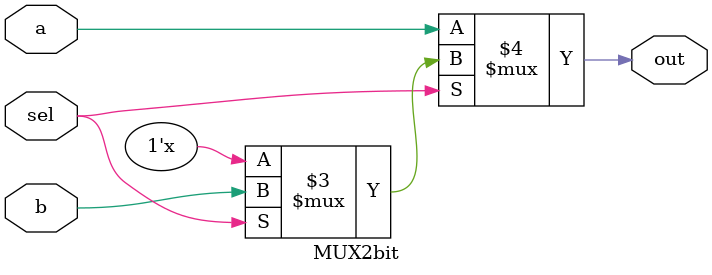
<source format=v>
`timescale 1ns / 1ps



module MUX2bit(
    input   a, b,                               // a, b¸¦ inputÀ¸·Î ¼±¾ðÇÑ´Ù.
    input   sel,                                // ÀÔ·ÂÀ» ¼±ÅÃÇØ Ãâ·ÂÇÒ ¼ö ÀÖµµ·Ï selÀ» inputÀ¸·Î ¼±¾ðÇÑ´Ù.
    output  out                                 // outÀ» outputÀ¸·Î ¼±¾ðÇÑ´Ù
    );
    
    assign out =    (sel==1'b0) ? a :           // selÀÌ 0ÀÌ¶ó¸é a¸¦ Ãâ·ÂÇÑ´Ù.
                    (sel==1'b1) ? b : 1'bx;     // selÀÌ 1ÀÌ¶ó¸é b¸¦ Ãâ·ÂÇÏ°í ÀÌ¿ÜÀÇ °ªÀÌ µé¾î¿À¸é x¸¦ Ãâ·ÂÇÑ´Ù.
                    
endmodule

</source>
